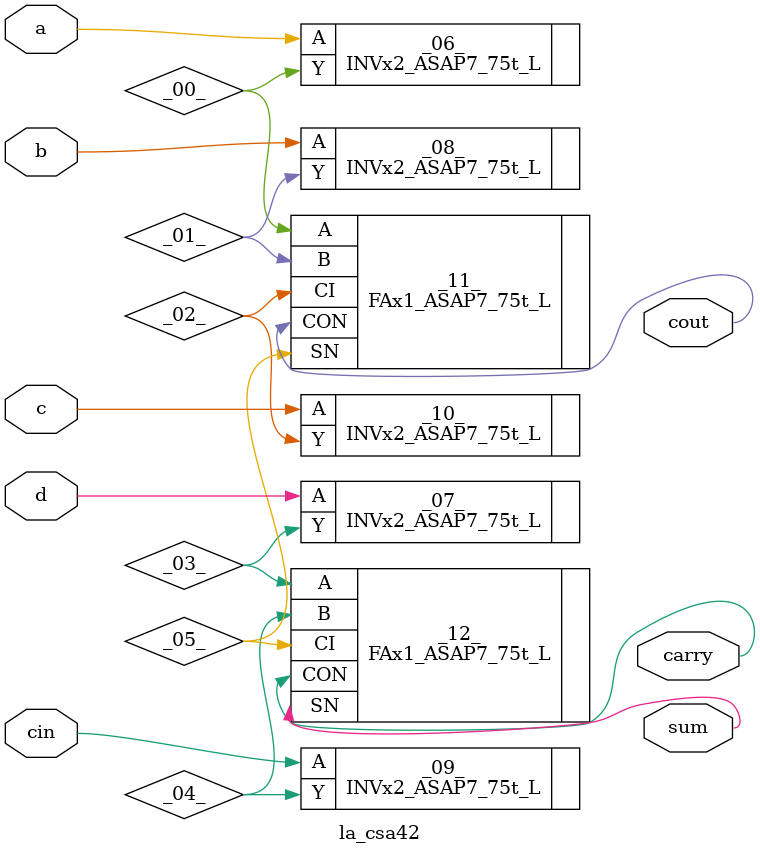
<source format=v>

/* Generated by Yosys 0.44 (git sha1 80ba43d26, g++ 11.4.0-1ubuntu1~22.04 -fPIC -O3) */

(* top =  1  *)
(* src = "generated" *)
(* keep_hierarchy *)
module la_csa42 (
    a,
    b,
    c,
    d,
    cin,
    sum,
    carry,
    cout
);
  (* force_downto = 32'b00000000000000000000000000000001 *) (* src = "generated" *)
  wire _00_;
  (* force_downto = 32'b00000000000000000000000000000001 *) (* src = "generated" *)
  wire _01_;
  (* force_downto = 32'b00000000000000000000000000000001 *) (* src = "generated" *)
  wire _02_;
  (* force_downto = 32'b00000000000000000000000000000001 *) (* src = "generated" *)
  wire _03_;
  (* force_downto = 32'b00000000000000000000000000000001 *) (* src = "generated" *)
  wire _04_;
  (* force_downto = 32'b00000000000000000000000000000001 *) (* src = "generated" *)
  wire _05_;
  (* src = "generated" *)
  input a;
  wire a;
  (* src = "generated" *)
  input b;
  wire b;
  (* src = "generated" *)
  input c;
  wire c;
  (* src = "generated" *)
  output carry;
  wire carry;
  (* src = "generated" *)
  input cin;
  wire cin;
  (* src = "generated" *)
  output cout;
  wire cout;
  (* src = "generated" *)
  input d;
  wire d;
  (* src = "generated" *)
  output sum;
  wire sum;
  INVx2_ASAP7_75t_L _06_ (
      .A(a),
      .Y(_00_)
  );
  INVx2_ASAP7_75t_L _07_ (
      .A(d),
      .Y(_03_)
  );
  INVx2_ASAP7_75t_L _08_ (
      .A(b),
      .Y(_01_)
  );
  INVx2_ASAP7_75t_L _09_ (
      .A(cin),
      .Y(_04_)
  );
  INVx2_ASAP7_75t_L _10_ (
      .A(c),
      .Y(_02_)
  );
  (* module_not_derived = 32'b00000000000000000000000000000001 *) (* src = "generated" *)
  FAx1_ASAP7_75t_L _11_ (
      .A  (_00_),
      .B  (_01_),
      .CI (_02_),
      .CON(cout),
      .SN (_05_)
  );
  (* module_not_derived = 32'b00000000000000000000000000000001 *) (* src = "generated" *)
  FAx1_ASAP7_75t_L _12_ (
      .A  (_03_),
      .B  (_04_),
      .CI (_05_),
      .CON(carry),
      .SN (sum)
  );
endmodule

</source>
